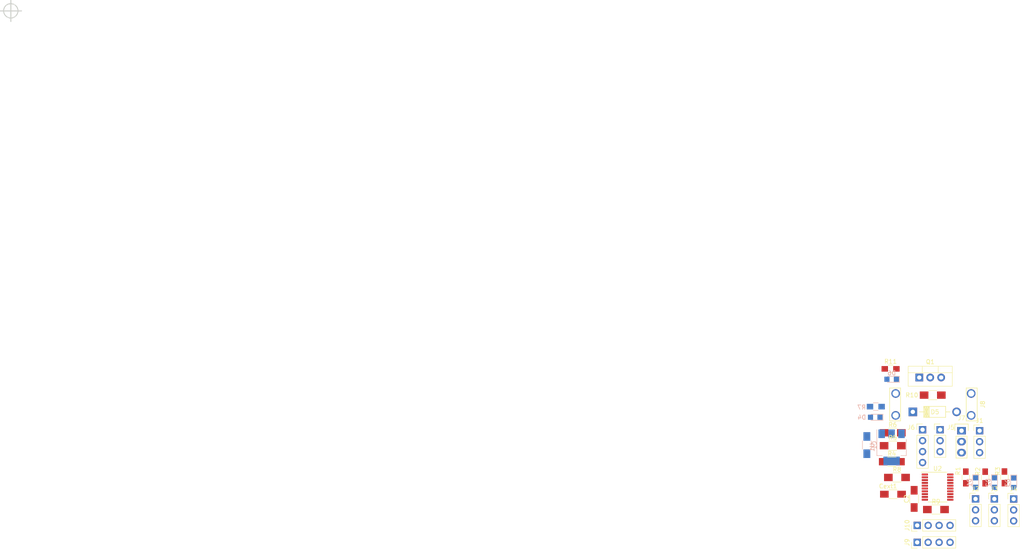
<source format=kicad_pcb>
(kicad_pcb (version 4) (host pcbnew 4.0.6)

  (general
    (links 72)
    (no_connects 72)
    (area 0 0 0 0)
    (thickness 1.6)
    (drawings 6)
    (tracks 0)
    (zones 0)
    (modules 33)
    (nets 26)
  )

  (page A4)
  (layers
    (0 F.Cu signal)
    (31 B.Cu signal)
    (32 B.Adhes user)
    (33 F.Adhes user)
    (34 B.Paste user)
    (35 F.Paste user)
    (36 B.SilkS user)
    (37 F.SilkS user)
    (38 B.Mask user)
    (39 F.Mask user)
    (40 Dwgs.User user)
    (41 Cmts.User user)
    (42 Eco1.User user)
    (43 Eco2.User user)
    (44 Edge.Cuts user)
    (45 Margin user)
    (46 B.CrtYd user)
    (47 F.CrtYd user)
    (48 B.Fab user)
    (49 F.Fab user)
  )

  (setup
    (last_trace_width 0.254)
    (trace_clearance 0.2032)
    (zone_clearance 0.508)
    (zone_45_only no)
    (trace_min 0.1524)
    (segment_width 0.2)
    (edge_width 0.15)
    (via_size 0.6858)
    (via_drill 0.3302)
    (via_min_size 0.6858)
    (via_min_drill 0.3302)
    (uvia_size 0.3)
    (uvia_drill 0.1)
    (uvias_allowed no)
    (uvia_min_size 0)
    (uvia_min_drill 0)
    (pcb_text_width 0.3)
    (pcb_text_size 1.5 1.5)
    (mod_edge_width 0.15)
    (mod_text_size 1 1)
    (mod_text_width 0.15)
    (pad_size 1.524 1.524)
    (pad_drill 0.762)
    (pad_to_mask_clearance 0.2)
    (aux_axis_origin 0 0)
    (grid_origin 201.168 88.392)
    (visible_elements FFFEFF7F)
    (pcbplotparams
      (layerselection 0x00030_80000001)
      (usegerberextensions false)
      (excludeedgelayer true)
      (linewidth 0.100000)
      (plotframeref false)
      (viasonmask false)
      (mode 1)
      (useauxorigin false)
      (hpglpennumber 1)
      (hpglpenspeed 20)
      (hpglpendiameter 15)
      (hpglpenoverlay 2)
      (psnegative false)
      (psa4output false)
      (plotreference true)
      (plotvalue true)
      (plotinvisibletext false)
      (padsonsilk false)
      (subtractmaskfromsilk false)
      (outputformat 4)
      (mirror false)
      (drillshape 0)
      (scaleselection 1)
      (outputdirectory ""))
  )

  (net 0 "")
  (net 1 +5V)
  (net 2 GND)
  (net 3 PC3)
  (net 4 "Net-(D2-Pad1)")
  (net 5 RX)
  (net 6 +12V)
  (net 7 SWIM)
  (net 8 NRST)
  (net 9 "Net-(Cext1-Pad1)")
  (net 10 CH1)
  (net 11 CH2)
  (net 12 VIN_A)
  (net 13 "Net-(R5-Pad2)")
  (net 14 "Net-(D1-Pad1)")
  (net 15 "Net-(D3-Pad1)")
  (net 16 "Net-(D4-Pad2)")
  (net 17 "Net-(D5-Pad2)")
  (net 18 "Net-(D6-Pad1)")
  (net 19 AIN2)
  (net 20 TX)
  (net 21 "Net-(J7-Pad1)")
  (net 22 SDA)
  (net 23 SCL)
  (net 24 "Net-(R4-Pad1)")
  (net 25 CH0)

  (net_class Default "This is the default net class."
    (clearance 0.2032)
    (trace_width 0.254)
    (via_dia 0.6858)
    (via_drill 0.3302)
    (uvia_dia 0.3)
    (uvia_drill 0.1)
    (add_net +5V)
    (add_net AIN2)
    (add_net CH0)
    (add_net CH1)
    (add_net CH2)
    (add_net GND)
    (add_net NRST)
    (add_net "Net-(Cext1-Pad1)")
    (add_net "Net-(D1-Pad1)")
    (add_net "Net-(D2-Pad1)")
    (add_net "Net-(D3-Pad1)")
    (add_net "Net-(D4-Pad2)")
    (add_net "Net-(D5-Pad2)")
    (add_net "Net-(D6-Pad1)")
    (add_net "Net-(J7-Pad1)")
    (add_net "Net-(R4-Pad1)")
    (add_net "Net-(R5-Pad2)")
    (add_net PC3)
    (add_net RX)
    (add_net SCL)
    (add_net SDA)
    (add_net SWIM)
    (add_net TX)
    (add_net VIN_A)
  )

  (net_class +12V ""
    (clearance 0.3048)
    (trace_width 0.4064)
    (via_dia 0.6858)
    (via_drill 0.3302)
    (uvia_dia 0.3)
    (uvia_drill 0.1)
    (add_net +12V)
  )

  (module Capacitors_SMD:C_1206_HandSoldering (layer B.Cu) (tedit 58AA84D1) (tstamp 59503066)
    (at 198.628 100.743 90)
    (descr "Capacitor SMD 1206, hand soldering")
    (tags "capacitor 1206")
    (path /58F57762)
    (attr smd)
    (fp_text reference C1 (at 0 1.75 90) (layer B.SilkS)
      (effects (font (size 1 1) (thickness 0.15)) (justify mirror))
    )
    (fp_text value "1 uF" (at 0 -2 90) (layer B.Fab)
      (effects (font (size 1 1) (thickness 0.15)) (justify mirror))
    )
    (fp_text user %R (at 0 1.75 90) (layer B.Fab)
      (effects (font (size 1 1) (thickness 0.15)) (justify mirror))
    )
    (fp_line (start -1.6 -0.8) (end -1.6 0.8) (layer B.Fab) (width 0.1))
    (fp_line (start 1.6 -0.8) (end -1.6 -0.8) (layer B.Fab) (width 0.1))
    (fp_line (start 1.6 0.8) (end 1.6 -0.8) (layer B.Fab) (width 0.1))
    (fp_line (start -1.6 0.8) (end 1.6 0.8) (layer B.Fab) (width 0.1))
    (fp_line (start 1 1.02) (end -1 1.02) (layer B.SilkS) (width 0.12))
    (fp_line (start -1 -1.02) (end 1 -1.02) (layer B.SilkS) (width 0.12))
    (fp_line (start -3.25 1.05) (end 3.25 1.05) (layer B.CrtYd) (width 0.05))
    (fp_line (start -3.25 1.05) (end -3.25 -1.05) (layer B.CrtYd) (width 0.05))
    (fp_line (start 3.25 -1.05) (end 3.25 1.05) (layer B.CrtYd) (width 0.05))
    (fp_line (start 3.25 -1.05) (end -3.25 -1.05) (layer B.CrtYd) (width 0.05))
    (pad 1 smd rect (at -2 0 90) (size 2 1.6) (layers B.Cu B.Paste B.Mask)
      (net 1 +5V))
    (pad 2 smd rect (at 2 0 90) (size 2 1.6) (layers B.Cu B.Paste B.Mask)
      (net 2 GND))
    (model Capacitors_SMD.3dshapes/C_1206.wrl
      (at (xyz 0 0 0))
      (scale (xyz 1 1 1))
      (rotate (xyz 0 0 0))
    )
  )

  (module Capacitors_SMD:C_1206_HandSoldering (layer F.Cu) (tedit 58AA84D1) (tstamp 5950306C)
    (at 209.6008 113.2266 90)
    (descr "Capacitor SMD 1206, hand soldering")
    (tags "capacitor 1206")
    (path /58FB924C)
    (attr smd)
    (fp_text reference C2 (at 0 -1.75 90) (layer F.SilkS)
      (effects (font (size 1 1) (thickness 0.15)))
    )
    (fp_text value 100nf (at 0 2 90) (layer F.Fab)
      (effects (font (size 1 1) (thickness 0.15)))
    )
    (fp_text user %R (at 0 -1.75 90) (layer F.Fab)
      (effects (font (size 1 1) (thickness 0.15)))
    )
    (fp_line (start -1.6 0.8) (end -1.6 -0.8) (layer F.Fab) (width 0.1))
    (fp_line (start 1.6 0.8) (end -1.6 0.8) (layer F.Fab) (width 0.1))
    (fp_line (start 1.6 -0.8) (end 1.6 0.8) (layer F.Fab) (width 0.1))
    (fp_line (start -1.6 -0.8) (end 1.6 -0.8) (layer F.Fab) (width 0.1))
    (fp_line (start 1 -1.02) (end -1 -1.02) (layer F.SilkS) (width 0.12))
    (fp_line (start -1 1.02) (end 1 1.02) (layer F.SilkS) (width 0.12))
    (fp_line (start -3.25 -1.05) (end 3.25 -1.05) (layer F.CrtYd) (width 0.05))
    (fp_line (start -3.25 -1.05) (end -3.25 1.05) (layer F.CrtYd) (width 0.05))
    (fp_line (start 3.25 1.05) (end 3.25 -1.05) (layer F.CrtYd) (width 0.05))
    (fp_line (start 3.25 1.05) (end -3.25 1.05) (layer F.CrtYd) (width 0.05))
    (pad 1 smd rect (at -2 0 90) (size 2 1.6) (layers F.Cu F.Paste F.Mask)
      (net 1 +5V))
    (pad 2 smd rect (at 2 0 90) (size 2 1.6) (layers F.Cu F.Paste F.Mask)
      (net 2 GND))
    (model Capacitors_SMD.3dshapes/C_1206.wrl
      (at (xyz 0 0 0))
      (scale (xyz 1 1 1))
      (rotate (xyz 0 0 0))
    )
  )

  (module Capacitors_SMD:C_1206_HandSoldering (layer F.Cu) (tedit 58AA84D1) (tstamp 59503072)
    (at 204.692 112.141 180)
    (descr "Capacitor SMD 1206, hand soldering")
    (tags "capacitor 1206")
    (path /58F5789C)
    (attr smd)
    (fp_text reference Cext1 (at 1.1496 1.8542 180) (layer F.SilkS)
      (effects (font (size 1 1) (thickness 0.15)))
    )
    (fp_text value "1 uF" (at 0 2 180) (layer F.Fab)
      (effects (font (size 1 1) (thickness 0.15)))
    )
    (fp_text user %R (at 1.175 1.8796 180) (layer F.Fab)
      (effects (font (size 1 1) (thickness 0.15)))
    )
    (fp_line (start -1.6 0.8) (end -1.6 -0.8) (layer F.Fab) (width 0.1))
    (fp_line (start 1.6 0.8) (end -1.6 0.8) (layer F.Fab) (width 0.1))
    (fp_line (start 1.6 -0.8) (end 1.6 0.8) (layer F.Fab) (width 0.1))
    (fp_line (start -1.6 -0.8) (end 1.6 -0.8) (layer F.Fab) (width 0.1))
    (fp_line (start 1 -1.02) (end -1 -1.02) (layer F.SilkS) (width 0.12))
    (fp_line (start -1 1.02) (end 1 1.02) (layer F.SilkS) (width 0.12))
    (fp_line (start -3.25 -1.05) (end 3.25 -1.05) (layer F.CrtYd) (width 0.05))
    (fp_line (start -3.25 -1.05) (end -3.25 1.05) (layer F.CrtYd) (width 0.05))
    (fp_line (start 3.25 1.05) (end 3.25 -1.05) (layer F.CrtYd) (width 0.05))
    (fp_line (start 3.25 1.05) (end -3.25 1.05) (layer F.CrtYd) (width 0.05))
    (pad 1 smd rect (at -2 0 180) (size 2 1.6) (layers F.Cu F.Paste F.Mask)
      (net 9 "Net-(Cext1-Pad1)"))
    (pad 2 smd rect (at 2 0 180) (size 2 1.6) (layers F.Cu F.Paste F.Mask)
      (net 2 GND))
    (model Capacitors_SMD.3dshapes/C_1206.wrl
      (at (xyz 0 0 0))
      (scale (xyz 1 1 1))
      (rotate (xyz 0 0 0))
    )
  )

  (module Diodes_THT:Diode_DO-41_SOD81_Horizontal_RM10 (layer F.Cu) (tedit 552FFCCE) (tstamp 59503090)
    (at 209.296 93.0402)
    (descr "Diode, DO-41, SOD81, Horizontal, RM 10mm,")
    (tags "Diode, DO-41, SOD81, Horizontal, RM 10mm, 1N4007, SB140,")
    (path /58F582F2)
    (fp_text reference D5 (at 5.1308 0.0254) (layer F.SilkS)
      (effects (font (size 1 1) (thickness 0.15)))
    )
    (fp_text value 1N4007 (at 4.37134 -3.55854) (layer F.Fab)
      (effects (font (size 1 1) (thickness 0.15)))
    )
    (fp_line (start 7.62 -0.00254) (end 8.636 -0.00254) (layer F.SilkS) (width 0.15))
    (fp_line (start 2.794 -0.00254) (end 1.524 -0.00254) (layer F.SilkS) (width 0.15))
    (fp_line (start 3.048 -1.27254) (end 3.048 1.26746) (layer F.SilkS) (width 0.15))
    (fp_line (start 3.302 -1.27254) (end 3.302 1.26746) (layer F.SilkS) (width 0.15))
    (fp_line (start 3.556 -1.27254) (end 3.556 1.26746) (layer F.SilkS) (width 0.15))
    (fp_line (start 2.794 -1.27254) (end 2.794 1.26746) (layer F.SilkS) (width 0.15))
    (fp_line (start 3.81 -1.27254) (end 2.54 1.26746) (layer F.SilkS) (width 0.15))
    (fp_line (start 2.54 -1.27254) (end 3.81 1.26746) (layer F.SilkS) (width 0.15))
    (fp_line (start 3.81 -1.27254) (end 3.81 1.26746) (layer F.SilkS) (width 0.15))
    (fp_line (start 3.175 -1.27254) (end 3.175 1.26746) (layer F.SilkS) (width 0.15))
    (fp_line (start 2.54 1.26746) (end 2.54 -1.27254) (layer F.SilkS) (width 0.15))
    (fp_line (start 2.54 -1.27254) (end 7.62 -1.27254) (layer F.SilkS) (width 0.15))
    (fp_line (start 7.62 -1.27254) (end 7.62 1.26746) (layer F.SilkS) (width 0.15))
    (fp_line (start 7.62 1.26746) (end 2.54 1.26746) (layer F.SilkS) (width 0.15))
    (pad 2 thru_hole circle (at 10.16 -0.00254 180) (size 1.99898 1.99898) (drill 1.27) (layers *.Cu *.Mask)
      (net 17 "Net-(D5-Pad2)"))
    (pad 1 thru_hole rect (at 0 -0.00254 180) (size 1.99898 1.99898) (drill 1.00076) (layers *.Cu *.Mask)
      (net 6 +12V))
  )

  (module Pin_Headers:Pin_Header_Straight_1x03_Pitch2.54mm (layer F.Cu) (tedit 58CD4EC1) (tstamp 5950309D)
    (at 224.79 97.409)
    (descr "Through hole straight pin header, 1x03, 2.54mm pitch, single row")
    (tags "Through hole pin header THT 1x03 2.54mm single row")
    (path /594FC604)
    (fp_text reference J1 (at 0 -2.33) (layer F.SilkS)
      (effects (font (size 1 1) (thickness 0.15)))
    )
    (fp_text value AIN2 (at 0 7.41) (layer F.Fab)
      (effects (font (size 1 1) (thickness 0.15)))
    )
    (fp_line (start -1.27 -1.27) (end -1.27 6.35) (layer F.Fab) (width 0.1))
    (fp_line (start -1.27 6.35) (end 1.27 6.35) (layer F.Fab) (width 0.1))
    (fp_line (start 1.27 6.35) (end 1.27 -1.27) (layer F.Fab) (width 0.1))
    (fp_line (start 1.27 -1.27) (end -1.27 -1.27) (layer F.Fab) (width 0.1))
    (fp_line (start -1.33 1.27) (end -1.33 6.41) (layer F.SilkS) (width 0.12))
    (fp_line (start -1.33 6.41) (end 1.33 6.41) (layer F.SilkS) (width 0.12))
    (fp_line (start 1.33 6.41) (end 1.33 1.27) (layer F.SilkS) (width 0.12))
    (fp_line (start 1.33 1.27) (end -1.33 1.27) (layer F.SilkS) (width 0.12))
    (fp_line (start -1.33 0) (end -1.33 -1.33) (layer F.SilkS) (width 0.12))
    (fp_line (start -1.33 -1.33) (end 0 -1.33) (layer F.SilkS) (width 0.12))
    (fp_line (start -1.8 -1.8) (end -1.8 6.85) (layer F.CrtYd) (width 0.05))
    (fp_line (start -1.8 6.85) (end 1.8 6.85) (layer F.CrtYd) (width 0.05))
    (fp_line (start 1.8 6.85) (end 1.8 -1.8) (layer F.CrtYd) (width 0.05))
    (fp_line (start 1.8 -1.8) (end -1.8 -1.8) (layer F.CrtYd) (width 0.05))
    (fp_text user %R (at 0 -2.33) (layer F.Fab)
      (effects (font (size 1 1) (thickness 0.15)))
    )
    (pad 1 thru_hole rect (at 0 0) (size 1.7 1.7) (drill 1) (layers *.Cu *.Mask)
      (net 19 AIN2))
    (pad 2 thru_hole oval (at 0 2.54) (size 1.7 1.7) (drill 1) (layers *.Cu *.Mask)
      (net 1 +5V))
    (pad 3 thru_hole oval (at 0 5.08) (size 1.7 1.7) (drill 1) (layers *.Cu *.Mask)
      (net 2 GND))
    (model ${KISYS3DMOD}/Pin_Headers.3dshapes/Pin_Header_Straight_1x03_Pitch2.54mm.wrl
      (at (xyz 0 -0.1 0))
      (scale (xyz 1 1 1))
      (rotate (xyz 0 0 90))
    )
  )

  (module Pin_Headers:Pin_Header_Straight_1x03_Pitch2.54mm (layer F.Cu) (tedit 58CD4EC1) (tstamp 595030A4)
    (at 223.8502 113.2332)
    (descr "Through hole straight pin header, 1x03, 2.54mm pitch, single row")
    (tags "Through hole pin header THT 1x03 2.54mm single row")
    (path /594F086B)
    (fp_text reference J2 (at 0 -2.33) (layer F.SilkS)
      (effects (font (size 1 1) (thickness 0.15)))
    )
    (fp_text value CH1 (at 0 7.41) (layer F.Fab)
      (effects (font (size 1 1) (thickness 0.15)))
    )
    (fp_line (start -1.27 -1.27) (end -1.27 6.35) (layer F.Fab) (width 0.1))
    (fp_line (start -1.27 6.35) (end 1.27 6.35) (layer F.Fab) (width 0.1))
    (fp_line (start 1.27 6.35) (end 1.27 -1.27) (layer F.Fab) (width 0.1))
    (fp_line (start 1.27 -1.27) (end -1.27 -1.27) (layer F.Fab) (width 0.1))
    (fp_line (start -1.33 1.27) (end -1.33 6.41) (layer F.SilkS) (width 0.12))
    (fp_line (start -1.33 6.41) (end 1.33 6.41) (layer F.SilkS) (width 0.12))
    (fp_line (start 1.33 6.41) (end 1.33 1.27) (layer F.SilkS) (width 0.12))
    (fp_line (start 1.33 1.27) (end -1.33 1.27) (layer F.SilkS) (width 0.12))
    (fp_line (start -1.33 0) (end -1.33 -1.33) (layer F.SilkS) (width 0.12))
    (fp_line (start -1.33 -1.33) (end 0 -1.33) (layer F.SilkS) (width 0.12))
    (fp_line (start -1.8 -1.8) (end -1.8 6.85) (layer F.CrtYd) (width 0.05))
    (fp_line (start -1.8 6.85) (end 1.8 6.85) (layer F.CrtYd) (width 0.05))
    (fp_line (start 1.8 6.85) (end 1.8 -1.8) (layer F.CrtYd) (width 0.05))
    (fp_line (start 1.8 -1.8) (end -1.8 -1.8) (layer F.CrtYd) (width 0.05))
    (fp_text user %R (at 0 -2.33) (layer F.Fab)
      (effects (font (size 1 1) (thickness 0.15)))
    )
    (pad 1 thru_hole rect (at 0 0) (size 1.7 1.7) (drill 1) (layers *.Cu *.Mask)
      (net 25 CH0))
    (pad 2 thru_hole oval (at 0 2.54) (size 1.7 1.7) (drill 1) (layers *.Cu *.Mask)
      (net 1 +5V))
    (pad 3 thru_hole oval (at 0 5.08) (size 1.7 1.7) (drill 1) (layers *.Cu *.Mask)
      (net 2 GND))
    (model ${KISYS3DMOD}/Pin_Headers.3dshapes/Pin_Header_Straight_1x03_Pitch2.54mm.wrl
      (at (xyz 0 -0.1 0))
      (scale (xyz 1 1 1))
      (rotate (xyz 0 0 90))
    )
  )

  (module Pin_Headers:Pin_Header_Straight_1x03_Pitch2.54mm (layer F.Cu) (tedit 58CD4EC1) (tstamp 595030AB)
    (at 228.219 113.2332)
    (descr "Through hole straight pin header, 1x03, 2.54mm pitch, single row")
    (tags "Through hole pin header THT 1x03 2.54mm single row")
    (path /59500F89)
    (fp_text reference J3 (at 0 -2.33) (layer F.SilkS)
      (effects (font (size 1 1) (thickness 0.15)))
    )
    (fp_text value CH2 (at 0 7.41) (layer F.Fab)
      (effects (font (size 1 1) (thickness 0.15)))
    )
    (fp_line (start -1.27 -1.27) (end -1.27 6.35) (layer F.Fab) (width 0.1))
    (fp_line (start -1.27 6.35) (end 1.27 6.35) (layer F.Fab) (width 0.1))
    (fp_line (start 1.27 6.35) (end 1.27 -1.27) (layer F.Fab) (width 0.1))
    (fp_line (start 1.27 -1.27) (end -1.27 -1.27) (layer F.Fab) (width 0.1))
    (fp_line (start -1.33 1.27) (end -1.33 6.41) (layer F.SilkS) (width 0.12))
    (fp_line (start -1.33 6.41) (end 1.33 6.41) (layer F.SilkS) (width 0.12))
    (fp_line (start 1.33 6.41) (end 1.33 1.27) (layer F.SilkS) (width 0.12))
    (fp_line (start 1.33 1.27) (end -1.33 1.27) (layer F.SilkS) (width 0.12))
    (fp_line (start -1.33 0) (end -1.33 -1.33) (layer F.SilkS) (width 0.12))
    (fp_line (start -1.33 -1.33) (end 0 -1.33) (layer F.SilkS) (width 0.12))
    (fp_line (start -1.8 -1.8) (end -1.8 6.85) (layer F.CrtYd) (width 0.05))
    (fp_line (start -1.8 6.85) (end 1.8 6.85) (layer F.CrtYd) (width 0.05))
    (fp_line (start 1.8 6.85) (end 1.8 -1.8) (layer F.CrtYd) (width 0.05))
    (fp_line (start 1.8 -1.8) (end -1.8 -1.8) (layer F.CrtYd) (width 0.05))
    (fp_text user %R (at 0 -2.33) (layer F.Fab)
      (effects (font (size 1 1) (thickness 0.15)))
    )
    (pad 1 thru_hole rect (at 0 0) (size 1.7 1.7) (drill 1) (layers *.Cu *.Mask)
      (net 10 CH1))
    (pad 2 thru_hole oval (at 0 2.54) (size 1.7 1.7) (drill 1) (layers *.Cu *.Mask)
      (net 1 +5V))
    (pad 3 thru_hole oval (at 0 5.08) (size 1.7 1.7) (drill 1) (layers *.Cu *.Mask)
      (net 2 GND))
    (model ${KISYS3DMOD}/Pin_Headers.3dshapes/Pin_Header_Straight_1x03_Pitch2.54mm.wrl
      (at (xyz 0 -0.1 0))
      (scale (xyz 1 1 1))
      (rotate (xyz 0 0 90))
    )
  )

  (module Pin_Headers:Pin_Header_Straight_1x03_Pitch2.54mm (layer F.Cu) (tedit 58CD4EC1) (tstamp 595030B2)
    (at 232.6894 113.2586)
    (descr "Through hole straight pin header, 1x03, 2.54mm pitch, single row")
    (tags "Through hole pin header THT 1x03 2.54mm single row")
    (path /59501100)
    (fp_text reference J4 (at 0 -2.33) (layer F.SilkS)
      (effects (font (size 1 1) (thickness 0.15)))
    )
    (fp_text value CH3 (at 0 7.41) (layer F.Fab)
      (effects (font (size 1 1) (thickness 0.15)))
    )
    (fp_line (start -1.27 -1.27) (end -1.27 6.35) (layer F.Fab) (width 0.1))
    (fp_line (start -1.27 6.35) (end 1.27 6.35) (layer F.Fab) (width 0.1))
    (fp_line (start 1.27 6.35) (end 1.27 -1.27) (layer F.Fab) (width 0.1))
    (fp_line (start 1.27 -1.27) (end -1.27 -1.27) (layer F.Fab) (width 0.1))
    (fp_line (start -1.33 1.27) (end -1.33 6.41) (layer F.SilkS) (width 0.12))
    (fp_line (start -1.33 6.41) (end 1.33 6.41) (layer F.SilkS) (width 0.12))
    (fp_line (start 1.33 6.41) (end 1.33 1.27) (layer F.SilkS) (width 0.12))
    (fp_line (start 1.33 1.27) (end -1.33 1.27) (layer F.SilkS) (width 0.12))
    (fp_line (start -1.33 0) (end -1.33 -1.33) (layer F.SilkS) (width 0.12))
    (fp_line (start -1.33 -1.33) (end 0 -1.33) (layer F.SilkS) (width 0.12))
    (fp_line (start -1.8 -1.8) (end -1.8 6.85) (layer F.CrtYd) (width 0.05))
    (fp_line (start -1.8 6.85) (end 1.8 6.85) (layer F.CrtYd) (width 0.05))
    (fp_line (start 1.8 6.85) (end 1.8 -1.8) (layer F.CrtYd) (width 0.05))
    (fp_line (start 1.8 -1.8) (end -1.8 -1.8) (layer F.CrtYd) (width 0.05))
    (fp_text user %R (at 0 -2.33) (layer F.Fab)
      (effects (font (size 1 1) (thickness 0.15)))
    )
    (pad 1 thru_hole rect (at 0 0) (size 1.7 1.7) (drill 1) (layers *.Cu *.Mask)
      (net 11 CH2))
    (pad 2 thru_hole oval (at 0 2.54) (size 1.7 1.7) (drill 1) (layers *.Cu *.Mask)
      (net 1 +5V))
    (pad 3 thru_hole oval (at 0 5.08) (size 1.7 1.7) (drill 1) (layers *.Cu *.Mask)
      (net 2 GND))
    (model ${KISYS3DMOD}/Pin_Headers.3dshapes/Pin_Header_Straight_1x03_Pitch2.54mm.wrl
      (at (xyz 0 -0.1 0))
      (scale (xyz 1 1 1))
      (rotate (xyz 0 0 90))
    )
  )

  (module Pin_Headers:Pin_Header_Straight_1x03_Pitch2.54mm (layer F.Cu) (tedit 58CD4EC1) (tstamp 595030B9)
    (at 215.6206 97.1804)
    (descr "Through hole straight pin header, 1x03, 2.54mm pitch, single row")
    (tags "Through hole pin header THT 1x03 2.54mm single row")
    (path /58F58663)
    (fp_text reference J5 (at 2.4892 -0.5334) (layer F.SilkS)
      (effects (font (size 1 1) (thickness 0.15)))
    )
    (fp_text value BUS-O (at 0 7.41) (layer F.Fab)
      (effects (font (size 1 1) (thickness 0.15)))
    )
    (fp_line (start -1.27 -1.27) (end -1.27 6.35) (layer F.Fab) (width 0.1))
    (fp_line (start -1.27 6.35) (end 1.27 6.35) (layer F.Fab) (width 0.1))
    (fp_line (start 1.27 6.35) (end 1.27 -1.27) (layer F.Fab) (width 0.1))
    (fp_line (start 1.27 -1.27) (end -1.27 -1.27) (layer F.Fab) (width 0.1))
    (fp_line (start -1.33 1.27) (end -1.33 6.41) (layer F.SilkS) (width 0.12))
    (fp_line (start -1.33 6.41) (end 1.33 6.41) (layer F.SilkS) (width 0.12))
    (fp_line (start 1.33 6.41) (end 1.33 1.27) (layer F.SilkS) (width 0.12))
    (fp_line (start 1.33 1.27) (end -1.33 1.27) (layer F.SilkS) (width 0.12))
    (fp_line (start -1.33 0) (end -1.33 -1.33) (layer F.SilkS) (width 0.12))
    (fp_line (start -1.33 -1.33) (end 0 -1.33) (layer F.SilkS) (width 0.12))
    (fp_line (start -1.8 -1.8) (end -1.8 6.85) (layer F.CrtYd) (width 0.05))
    (fp_line (start -1.8 6.85) (end 1.8 6.85) (layer F.CrtYd) (width 0.05))
    (fp_line (start 1.8 6.85) (end 1.8 -1.8) (layer F.CrtYd) (width 0.05))
    (fp_line (start 1.8 -1.8) (end -1.8 -1.8) (layer F.CrtYd) (width 0.05))
    (fp_text user %R (at 2.4892 -0.5334) (layer F.Fab)
      (effects (font (size 1 1) (thickness 0.15)))
    )
    (pad 1 thru_hole rect (at 0 0) (size 1.7 1.7) (drill 1) (layers *.Cu *.Mask)
      (net 5 RX))
    (pad 2 thru_hole oval (at 0 2.54) (size 1.7 1.7) (drill 1) (layers *.Cu *.Mask)
      (net 6 +12V))
    (pad 3 thru_hole oval (at 0 5.08) (size 1.7 1.7) (drill 1) (layers *.Cu *.Mask)
      (net 2 GND))
    (model ${KISYS3DMOD}/Pin_Headers.3dshapes/Pin_Header_Straight_1x03_Pitch2.54mm.wrl
      (at (xyz 0 -0.1 0))
      (scale (xyz 1 1 1))
      (rotate (xyz 0 0 90))
    )
  )

  (module Pin_Headers:Pin_Header_Straight_1x04_Pitch2.54mm (layer F.Cu) (tedit 58CD4EC1) (tstamp 595030C1)
    (at 211.5566 97.1804)
    (descr "Through hole straight pin header, 1x04, 2.54mm pitch, single row")
    (tags "Through hole pin header THT 1x04 2.54mm single row")
    (path /595018E2)
    (fp_text reference J6 (at -2.6416 -0.5334) (layer F.SilkS)
      (effects (font (size 1 1) (thickness 0.15)))
    )
    (fp_text value BUS-I (at 0 9.95) (layer F.Fab)
      (effects (font (size 1 1) (thickness 0.15)))
    )
    (fp_line (start -1.27 -1.27) (end -1.27 8.89) (layer F.Fab) (width 0.1))
    (fp_line (start -1.27 8.89) (end 1.27 8.89) (layer F.Fab) (width 0.1))
    (fp_line (start 1.27 8.89) (end 1.27 -1.27) (layer F.Fab) (width 0.1))
    (fp_line (start 1.27 -1.27) (end -1.27 -1.27) (layer F.Fab) (width 0.1))
    (fp_line (start -1.33 1.27) (end -1.33 8.95) (layer F.SilkS) (width 0.12))
    (fp_line (start -1.33 8.95) (end 1.33 8.95) (layer F.SilkS) (width 0.12))
    (fp_line (start 1.33 8.95) (end 1.33 1.27) (layer F.SilkS) (width 0.12))
    (fp_line (start 1.33 1.27) (end -1.33 1.27) (layer F.SilkS) (width 0.12))
    (fp_line (start -1.33 0) (end -1.33 -1.33) (layer F.SilkS) (width 0.12))
    (fp_line (start -1.33 -1.33) (end 0 -1.33) (layer F.SilkS) (width 0.12))
    (fp_line (start -1.8 -1.8) (end -1.8 9.4) (layer F.CrtYd) (width 0.05))
    (fp_line (start -1.8 9.4) (end 1.8 9.4) (layer F.CrtYd) (width 0.05))
    (fp_line (start 1.8 9.4) (end 1.8 -1.8) (layer F.CrtYd) (width 0.05))
    (fp_line (start 1.8 -1.8) (end -1.8 -1.8) (layer F.CrtYd) (width 0.05))
    (fp_text user %R (at -2.6416 -0.5334) (layer F.Fab)
      (effects (font (size 1 1) (thickness 0.15)))
    )
    (pad 1 thru_hole rect (at 0 0) (size 1.7 1.7) (drill 1) (layers *.Cu *.Mask)
      (net 5 RX))
    (pad 2 thru_hole oval (at 0 2.54) (size 1.7 1.7) (drill 1) (layers *.Cu *.Mask)
      (net 6 +12V))
    (pad 3 thru_hole oval (at 0 5.08) (size 1.7 1.7) (drill 1) (layers *.Cu *.Mask)
      (net 2 GND))
    (pad 4 thru_hole oval (at 0 7.62) (size 1.7 1.7) (drill 1) (layers *.Cu *.Mask)
      (net 20 TX))
    (model ${KISYS3DMOD}/Pin_Headers.3dshapes/Pin_Header_Straight_1x04_Pitch2.54mm.wrl
      (at (xyz 0 -0.15 0))
      (scale (xyz 1 1 1))
      (rotate (xyz 0 0 90))
    )
  )

  (module Pin_Headers:Pin_Header_Straight_1x03 (layer F.Cu) (tedit 59503104) (tstamp 595030C8)
    (at 220.599 97.409)
    (descr "Through hole pin header")
    (tags "pin header")
    (path /5904B7F8)
    (fp_text reference J7 (at 0 -2.921) (layer F.SilkS)
      (effects (font (size 1 1) (thickness 0.15)))
    )
    (fp_text value RGB_LED (at 0 -3.1) (layer F.Fab)
      (effects (font (size 1 1) (thickness 0.15)))
    )
    (fp_line (start -1.75 -1.75) (end -1.75 6.85) (layer F.CrtYd) (width 0.05))
    (fp_line (start 1.75 -1.75) (end 1.75 6.85) (layer F.CrtYd) (width 0.05))
    (fp_line (start -1.75 -1.75) (end 1.75 -1.75) (layer F.CrtYd) (width 0.05))
    (fp_line (start -1.75 6.85) (end 1.75 6.85) (layer F.CrtYd) (width 0.05))
    (fp_line (start -1.27 1.27) (end -1.27 6.35) (layer F.SilkS) (width 0.15))
    (fp_line (start -1.27 6.35) (end 1.27 6.35) (layer F.SilkS) (width 0.15))
    (fp_line (start 1.27 6.35) (end 1.27 1.27) (layer F.SilkS) (width 0.15))
    (fp_line (start 1.55 -1.55) (end 1.55 0) (layer F.SilkS) (width 0.15))
    (fp_line (start 1.27 1.27) (end -1.27 1.27) (layer F.SilkS) (width 0.15))
    (fp_line (start -1.55 0) (end -1.55 -1.55) (layer F.SilkS) (width 0.15))
    (fp_line (start -1.55 -1.55) (end 1.55 -1.55) (layer F.SilkS) (width 0.15))
    (pad 1 thru_hole rect (at 0 0) (size 2.032 1.7272) (drill 1.016) (layers *.Cu *.Mask)
      (net 21 "Net-(J7-Pad1)"))
    (pad 2 thru_hole oval (at 0 2.54) (size 2.032 1.7272) (drill 1.016) (layers *.Cu *.Mask)
      (net 1 +5V))
    (pad 3 thru_hole oval (at 0 5.08) (size 2.032 1.7272) (drill 1.016) (layers *.Cu *.Mask)
      (net 2 GND))
    (model Pin_Headers.3dshapes/Pin_Header_Straight_1x03.wrl
      (at (xyz 0 -0.1 0))
      (scale (xyz 1 1 1))
      (rotate (xyz 0 0 90))
    )
  )

  (module SpadeConnector:Spade_Conn_Solenoid (layer F.Cu) (tedit 5904BC42) (tstamp 595030D0)
    (at 214.0742 91.313)
    (path /5903D097)
    (fp_text reference J8 (at 11.43 0 90) (layer F.SilkS)
      (effects (font (size 1 1) (thickness 0.15)))
    )
    (fp_text value Solenoid (at 0 5.08) (layer F.Fab)
      (effects (font (size 1 1) (thickness 0.15)))
    )
    (fp_line (start 7.62 -3.81) (end 10.16 -3.81) (layer F.SilkS) (width 0.15))
    (fp_line (start 10.16 -3.81) (end 10.16 3.81) (layer F.SilkS) (width 0.15))
    (fp_line (start 10.16 3.81) (end 7.62 3.81) (layer F.SilkS) (width 0.15))
    (fp_line (start 7.62 3.81) (end 7.62 -3.81) (layer F.SilkS) (width 0.15))
    (fp_line (start -10.16 -3.81) (end -7.62 -3.81) (layer F.SilkS) (width 0.15))
    (fp_line (start -7.62 -3.81) (end -7.62 3.81) (layer F.SilkS) (width 0.15))
    (fp_line (start -7.62 3.81) (end -10.16 3.81) (layer F.SilkS) (width 0.15))
    (fp_line (start -10.16 3.81) (end -10.16 -3.81) (layer F.SilkS) (width 0.15))
    (pad 2 thru_hole circle (at 8.76 2.54 180) (size 2 2) (drill 1.4) (layers *.Cu *.Mask)
      (net 17 "Net-(D5-Pad2)"))
    (pad 2 thru_hole circle (at 8.76 -2.54 180) (size 2 2) (drill 1.4) (layers *.Cu *.Mask)
      (net 17 "Net-(D5-Pad2)"))
    (pad 1 thru_hole circle (at -8.76 2.54 180) (size 2 2) (drill 1.4) (layers *.Cu *.Mask)
      (net 6 +12V))
    (pad 1 thru_hole circle (at -8.76 -2.54 180) (size 2 2) (drill 1.4) (layers *.Cu *.Mask)
      (net 6 +12V))
  )

  (module Pin_Headers:Pin_Header_Straight_1x04_Pitch2.54mm (layer F.Cu) (tedit 58CD4EC1) (tstamp 595030D8)
    (at 210.312 123.317 90)
    (descr "Through hole straight pin header, 1x04, 2.54mm pitch, single row")
    (tags "Through hole pin header THT 1x04 2.54mm single row")
    (path /594FD5F8)
    (fp_text reference J9 (at 0 -2.33 90) (layer F.SilkS)
      (effects (font (size 1 1) (thickness 0.15)))
    )
    (fp_text value I2C (at 0 9.95 90) (layer F.Fab)
      (effects (font (size 1 1) (thickness 0.15)))
    )
    (fp_line (start -1.27 -1.27) (end -1.27 8.89) (layer F.Fab) (width 0.1))
    (fp_line (start -1.27 8.89) (end 1.27 8.89) (layer F.Fab) (width 0.1))
    (fp_line (start 1.27 8.89) (end 1.27 -1.27) (layer F.Fab) (width 0.1))
    (fp_line (start 1.27 -1.27) (end -1.27 -1.27) (layer F.Fab) (width 0.1))
    (fp_line (start -1.33 1.27) (end -1.33 8.95) (layer F.SilkS) (width 0.12))
    (fp_line (start -1.33 8.95) (end 1.33 8.95) (layer F.SilkS) (width 0.12))
    (fp_line (start 1.33 8.95) (end 1.33 1.27) (layer F.SilkS) (width 0.12))
    (fp_line (start 1.33 1.27) (end -1.33 1.27) (layer F.SilkS) (width 0.12))
    (fp_line (start -1.33 0) (end -1.33 -1.33) (layer F.SilkS) (width 0.12))
    (fp_line (start -1.33 -1.33) (end 0 -1.33) (layer F.SilkS) (width 0.12))
    (fp_line (start -1.8 -1.8) (end -1.8 9.4) (layer F.CrtYd) (width 0.05))
    (fp_line (start -1.8 9.4) (end 1.8 9.4) (layer F.CrtYd) (width 0.05))
    (fp_line (start 1.8 9.4) (end 1.8 -1.8) (layer F.CrtYd) (width 0.05))
    (fp_line (start 1.8 -1.8) (end -1.8 -1.8) (layer F.CrtYd) (width 0.05))
    (fp_text user %R (at 0 -2.33 90) (layer F.Fab)
      (effects (font (size 1 1) (thickness 0.15)))
    )
    (pad 1 thru_hole rect (at 0 0 90) (size 1.7 1.7) (drill 1) (layers *.Cu *.Mask)
      (net 2 GND))
    (pad 2 thru_hole oval (at 0 2.54 90) (size 1.7 1.7) (drill 1) (layers *.Cu *.Mask)
      (net 1 +5V))
    (pad 3 thru_hole oval (at 0 5.08 90) (size 1.7 1.7) (drill 1) (layers *.Cu *.Mask)
      (net 23 SCL))
    (pad 4 thru_hole oval (at 0 7.62 90) (size 1.7 1.7) (drill 1) (layers *.Cu *.Mask)
      (net 22 SDA))
    (model ${KISYS3DMOD}/Pin_Headers.3dshapes/Pin_Header_Straight_1x04_Pitch2.54mm.wrl
      (at (xyz 0 -0.15 0))
      (scale (xyz 1 1 1))
      (rotate (xyz 0 0 90))
    )
  )

  (module Pin_Headers:Pin_Header_Straight_1x04_Pitch2.54mm (layer F.Cu) (tedit 58CD4EC1) (tstamp 595030E0)
    (at 210.312 119.38 90)
    (descr "Through hole straight pin header, 1x04, 2.54mm pitch, single row")
    (tags "Through hole pin header THT 1x04 2.54mm single row")
    (path /58F57A3D)
    (fp_text reference J10 (at 0 -2.33 90) (layer F.SilkS)
      (effects (font (size 1 1) (thickness 0.15)))
    )
    (fp_text value DEBUG (at 0 9.95 90) (layer F.Fab)
      (effects (font (size 1 1) (thickness 0.15)))
    )
    (fp_line (start -1.27 -1.27) (end -1.27 8.89) (layer F.Fab) (width 0.1))
    (fp_line (start -1.27 8.89) (end 1.27 8.89) (layer F.Fab) (width 0.1))
    (fp_line (start 1.27 8.89) (end 1.27 -1.27) (layer F.Fab) (width 0.1))
    (fp_line (start 1.27 -1.27) (end -1.27 -1.27) (layer F.Fab) (width 0.1))
    (fp_line (start -1.33 1.27) (end -1.33 8.95) (layer F.SilkS) (width 0.12))
    (fp_line (start -1.33 8.95) (end 1.33 8.95) (layer F.SilkS) (width 0.12))
    (fp_line (start 1.33 8.95) (end 1.33 1.27) (layer F.SilkS) (width 0.12))
    (fp_line (start 1.33 1.27) (end -1.33 1.27) (layer F.SilkS) (width 0.12))
    (fp_line (start -1.33 0) (end -1.33 -1.33) (layer F.SilkS) (width 0.12))
    (fp_line (start -1.33 -1.33) (end 0 -1.33) (layer F.SilkS) (width 0.12))
    (fp_line (start -1.8 -1.8) (end -1.8 9.4) (layer F.CrtYd) (width 0.05))
    (fp_line (start -1.8 9.4) (end 1.8 9.4) (layer F.CrtYd) (width 0.05))
    (fp_line (start 1.8 9.4) (end 1.8 -1.8) (layer F.CrtYd) (width 0.05))
    (fp_line (start 1.8 -1.8) (end -1.8 -1.8) (layer F.CrtYd) (width 0.05))
    (fp_text user %R (at 0 -2.33 90) (layer F.Fab)
      (effects (font (size 1 1) (thickness 0.15)))
    )
    (pad 1 thru_hole rect (at 0 0 90) (size 1.7 1.7) (drill 1) (layers *.Cu *.Mask)
      (net 8 NRST))
    (pad 2 thru_hole oval (at 0 2.54 90) (size 1.7 1.7) (drill 1) (layers *.Cu *.Mask)
      (net 2 GND))
    (pad 3 thru_hole oval (at 0 5.08 90) (size 1.7 1.7) (drill 1) (layers *.Cu *.Mask)
      (net 7 SWIM))
    (pad 4 thru_hole oval (at 0 7.62 90) (size 1.7 1.7) (drill 1) (layers *.Cu *.Mask)
      (net 1 +5V))
    (model ${KISYS3DMOD}/Pin_Headers.3dshapes/Pin_Header_Straight_1x04_Pitch2.54mm.wrl
      (at (xyz 0 -0.15 0))
      (scale (xyz 1 1 1))
      (rotate (xyz 0 0 90))
    )
  )

  (module TO_SOT_Packages_THT:TO-220_Vertical (layer F.Cu) (tedit 58CE52AD) (tstamp 595030E7)
    (at 210.7946 85.0646)
    (descr "TO-220, Vertical, RM 2.54mm")
    (tags "TO-220 Vertical RM 2.54mm")
    (path /58F58083)
    (fp_text reference Q1 (at 2.54 -3.62) (layer F.SilkS)
      (effects (font (size 1 1) (thickness 0.15)))
    )
    (fp_text value IRLB8721PBF (at 2.54 3.92) (layer F.Fab)
      (effects (font (size 1 1) (thickness 0.15)))
    )
    (fp_text user %R (at 2.54 3.0226) (layer F.Fab)
      (effects (font (size 1 1) (thickness 0.15)))
    )
    (fp_line (start -2.46 -2.5) (end -2.46 1.9) (layer F.Fab) (width 0.1))
    (fp_line (start -2.46 1.9) (end 7.54 1.9) (layer F.Fab) (width 0.1))
    (fp_line (start 7.54 1.9) (end 7.54 -2.5) (layer F.Fab) (width 0.1))
    (fp_line (start 7.54 -2.5) (end -2.46 -2.5) (layer F.Fab) (width 0.1))
    (fp_line (start -2.46 -1.23) (end 7.54 -1.23) (layer F.Fab) (width 0.1))
    (fp_line (start 0.69 -2.5) (end 0.69 -1.23) (layer F.Fab) (width 0.1))
    (fp_line (start 4.39 -2.5) (end 4.39 -1.23) (layer F.Fab) (width 0.1))
    (fp_line (start -2.58 -2.62) (end 7.66 -2.62) (layer F.SilkS) (width 0.12))
    (fp_line (start -2.58 2.021) (end 7.66 2.021) (layer F.SilkS) (width 0.12))
    (fp_line (start -2.58 -2.62) (end -2.58 2.021) (layer F.SilkS) (width 0.12))
    (fp_line (start 7.66 -2.62) (end 7.66 2.021) (layer F.SilkS) (width 0.12))
    (fp_line (start -2.58 -1.11) (end 7.66 -1.11) (layer F.SilkS) (width 0.12))
    (fp_line (start 0.69 -2.62) (end 0.69 -1.11) (layer F.SilkS) (width 0.12))
    (fp_line (start 4.391 -2.62) (end 4.391 -1.11) (layer F.SilkS) (width 0.12))
    (fp_line (start -2.71 -2.75) (end -2.71 2.16) (layer F.CrtYd) (width 0.05))
    (fp_line (start -2.71 2.16) (end 7.79 2.16) (layer F.CrtYd) (width 0.05))
    (fp_line (start 7.79 2.16) (end 7.79 -2.75) (layer F.CrtYd) (width 0.05))
    (fp_line (start 7.79 -2.75) (end -2.71 -2.75) (layer F.CrtYd) (width 0.05))
    (pad 1 thru_hole rect (at 0 0) (size 1.8 1.8) (drill 1) (layers *.Cu *.Mask)
      (net 3 PC3))
    (pad 2 thru_hole oval (at 2.54 0) (size 1.8 1.8) (drill 1) (layers *.Cu *.Mask)
      (net 17 "Net-(D5-Pad2)"))
    (pad 3 thru_hole oval (at 5.08 0) (size 1.8 1.8) (drill 1) (layers *.Cu *.Mask)
      (net 2 GND))
    (model ${KISYS3DMOD}/TO_SOT_Packages_THT.3dshapes/TO-220_Vertical.wrl
      (at (xyz 0.1 0 0))
      (scale (xyz 0.393701 0.393701 0.393701))
      (rotate (xyz 0 0 0))
    )
  )

  (module Resistors_SMD:R_0805_HandSoldering (layer F.Cu) (tedit 58E0A804) (tstamp 595030ED)
    (at 221.5896 108.251 270)
    (descr "Resistor SMD 0805, hand soldering")
    (tags "resistor 0805")
    (path /595002ED)
    (attr smd)
    (fp_text reference R1 (at -1.4948 1.8034 270) (layer F.SilkS)
      (effects (font (size 1 1) (thickness 0.15)))
    )
    (fp_text value 330 (at 0 1.75 270) (layer F.Fab)
      (effects (font (size 1 1) (thickness 0.15)))
    )
    (fp_text user %R (at 0 0 270) (layer F.Fab)
      (effects (font (size 0.5 0.5) (thickness 0.075)))
    )
    (fp_line (start -1 0.62) (end -1 -0.62) (layer F.Fab) (width 0.1))
    (fp_line (start 1 0.62) (end -1 0.62) (layer F.Fab) (width 0.1))
    (fp_line (start 1 -0.62) (end 1 0.62) (layer F.Fab) (width 0.1))
    (fp_line (start -1 -0.62) (end 1 -0.62) (layer F.Fab) (width 0.1))
    (fp_line (start 0.6 0.88) (end -0.6 0.88) (layer F.SilkS) (width 0.12))
    (fp_line (start -0.6 -0.88) (end 0.6 -0.88) (layer F.SilkS) (width 0.12))
    (fp_line (start -2.35 -0.9) (end 2.35 -0.9) (layer F.CrtYd) (width 0.05))
    (fp_line (start -2.35 -0.9) (end -2.35 0.9) (layer F.CrtYd) (width 0.05))
    (fp_line (start 2.35 0.9) (end 2.35 -0.9) (layer F.CrtYd) (width 0.05))
    (fp_line (start 2.35 0.9) (end -2.35 0.9) (layer F.CrtYd) (width 0.05))
    (pad 1 smd rect (at -1.35 0 270) (size 1.5 1.3) (layers F.Cu F.Paste F.Mask)
      (net 2 GND))
    (pad 2 smd rect (at 1.35 0 270) (size 1.5 1.3) (layers F.Cu F.Paste F.Mask)
      (net 14 "Net-(D1-Pad1)"))
    (model ${KISYS3DMOD}/Resistors_SMD.3dshapes/R_0805.wrl
      (at (xyz 0 0 0))
      (scale (xyz 1 1 1))
      (rotate (xyz 0 0 0))
    )
  )

  (module Resistors_SMD:R_0805_HandSoldering (layer F.Cu) (tedit 58E0A804) (tstamp 595030F3)
    (at 226.0854 108.2586 270)
    (descr "Resistor SMD 0805, hand soldering")
    (tags "resistor 0805")
    (path /59500FA4)
    (attr smd)
    (fp_text reference R2 (at -1.4008 1.7018 270) (layer F.SilkS)
      (effects (font (size 1 1) (thickness 0.15)))
    )
    (fp_text value 330 (at 0 1.75 270) (layer F.Fab)
      (effects (font (size 1 1) (thickness 0.15)))
    )
    (fp_text user %R (at 0 0 270) (layer F.Fab)
      (effects (font (size 0.5 0.5) (thickness 0.075)))
    )
    (fp_line (start -1 0.62) (end -1 -0.62) (layer F.Fab) (width 0.1))
    (fp_line (start 1 0.62) (end -1 0.62) (layer F.Fab) (width 0.1))
    (fp_line (start 1 -0.62) (end 1 0.62) (layer F.Fab) (width 0.1))
    (fp_line (start -1 -0.62) (end 1 -0.62) (layer F.Fab) (width 0.1))
    (fp_line (start 0.6 0.88) (end -0.6 0.88) (layer F.SilkS) (width 0.12))
    (fp_line (start -0.6 -0.88) (end 0.6 -0.88) (layer F.SilkS) (width 0.12))
    (fp_line (start -2.35 -0.9) (end 2.35 -0.9) (layer F.CrtYd) (width 0.05))
    (fp_line (start -2.35 -0.9) (end -2.35 0.9) (layer F.CrtYd) (width 0.05))
    (fp_line (start 2.35 0.9) (end 2.35 -0.9) (layer F.CrtYd) (width 0.05))
    (fp_line (start 2.35 0.9) (end -2.35 0.9) (layer F.CrtYd) (width 0.05))
    (pad 1 smd rect (at -1.35 0 270) (size 1.5 1.3) (layers F.Cu F.Paste F.Mask)
      (net 2 GND))
    (pad 2 smd rect (at 1.35 0 270) (size 1.5 1.3) (layers F.Cu F.Paste F.Mask)
      (net 4 "Net-(D2-Pad1)"))
    (model ${KISYS3DMOD}/Resistors_SMD.3dshapes/R_0805.wrl
      (at (xyz 0 0 0))
      (scale (xyz 1 1 1))
      (rotate (xyz 0 0 0))
    )
  )

  (module Resistors_SMD:R_0805_HandSoldering (layer F.Cu) (tedit 58E0A804) (tstamp 595030F9)
    (at 230.5558 108.2256 270)
    (descr "Resistor SMD 0805, hand soldering")
    (tags "resistor 0805")
    (path /5950111B)
    (attr smd)
    (fp_text reference R3 (at -1.444 1.5494 270) (layer F.SilkS)
      (effects (font (size 1 1) (thickness 0.15)))
    )
    (fp_text value 330 (at 0 1.75 270) (layer F.Fab)
      (effects (font (size 1 1) (thickness 0.15)))
    )
    (fp_text user %R (at 0 0 270) (layer F.Fab)
      (effects (font (size 0.5 0.5) (thickness 0.075)))
    )
    (fp_line (start -1 0.62) (end -1 -0.62) (layer F.Fab) (width 0.1))
    (fp_line (start 1 0.62) (end -1 0.62) (layer F.Fab) (width 0.1))
    (fp_line (start 1 -0.62) (end 1 0.62) (layer F.Fab) (width 0.1))
    (fp_line (start -1 -0.62) (end 1 -0.62) (layer F.Fab) (width 0.1))
    (fp_line (start 0.6 0.88) (end -0.6 0.88) (layer F.SilkS) (width 0.12))
    (fp_line (start -0.6 -0.88) (end 0.6 -0.88) (layer F.SilkS) (width 0.12))
    (fp_line (start -2.35 -0.9) (end 2.35 -0.9) (layer F.CrtYd) (width 0.05))
    (fp_line (start -2.35 -0.9) (end -2.35 0.9) (layer F.CrtYd) (width 0.05))
    (fp_line (start 2.35 0.9) (end 2.35 -0.9) (layer F.CrtYd) (width 0.05))
    (fp_line (start 2.35 0.9) (end -2.35 0.9) (layer F.CrtYd) (width 0.05))
    (pad 1 smd rect (at -1.35 0 270) (size 1.5 1.3) (layers F.Cu F.Paste F.Mask)
      (net 2 GND))
    (pad 2 smd rect (at 1.35 0 270) (size 1.5 1.3) (layers F.Cu F.Paste F.Mask)
      (net 15 "Net-(D3-Pad1)"))
    (model ${KISYS3DMOD}/Resistors_SMD.3dshapes/R_0805.wrl
      (at (xyz 0 0 0))
      (scale (xyz 1 1 1))
      (rotate (xyz 0 0 0))
    )
  )

  (module Resistors_SMD:R_1206_HandSoldering (layer F.Cu) (tedit 58E0A804) (tstamp 595030FF)
    (at 204.4258 104.5972)
    (descr "Resistor SMD 1206, hand soldering")
    (tags "resistor 1206")
    (path /594EFE02)
    (attr smd)
    (fp_text reference R4 (at 0 -1.85) (layer F.SilkS)
      (effects (font (size 1 1) (thickness 0.15)))
    )
    (fp_text value 10k (at 0 1.9) (layer F.Fab)
      (effects (font (size 1 1) (thickness 0.15)))
    )
    (fp_text user %R (at 0 0) (layer F.Fab)
      (effects (font (size 0.7 0.7) (thickness 0.105)))
    )
    (fp_line (start -1.6 0.8) (end -1.6 -0.8) (layer F.Fab) (width 0.1))
    (fp_line (start 1.6 0.8) (end -1.6 0.8) (layer F.Fab) (width 0.1))
    (fp_line (start 1.6 -0.8) (end 1.6 0.8) (layer F.Fab) (width 0.1))
    (fp_line (start -1.6 -0.8) (end 1.6 -0.8) (layer F.Fab) (width 0.1))
    (fp_line (start 1 1.07) (end -1 1.07) (layer F.SilkS) (width 0.12))
    (fp_line (start -1 -1.07) (end 1 -1.07) (layer F.SilkS) (width 0.12))
    (fp_line (start -3.25 -1.11) (end 3.25 -1.11) (layer F.CrtYd) (width 0.05))
    (fp_line (start -3.25 -1.11) (end -3.25 1.1) (layer F.CrtYd) (width 0.05))
    (fp_line (start 3.25 1.1) (end 3.25 -1.11) (layer F.CrtYd) (width 0.05))
    (fp_line (start 3.25 1.1) (end -3.25 1.1) (layer F.CrtYd) (width 0.05))
    (pad 1 smd rect (at -2 0) (size 2 1.7) (layers F.Cu F.Paste F.Mask)
      (net 24 "Net-(R4-Pad1)"))
    (pad 2 smd rect (at 2 0) (size 2 1.7) (layers F.Cu F.Paste F.Mask)
      (net 12 VIN_A))
    (model ${KISYS3DMOD}/Resistors_SMD.3dshapes/R_1206.wrl
      (at (xyz 0 0 0))
      (scale (xyz 1 1 1))
      (rotate (xyz 0 0 0))
    )
  )

  (module Resistors_SMD:R_1206_HandSoldering (layer F.Cu) (tedit 58E0A804) (tstamp 59503105)
    (at 204.629 100.8888)
    (descr "Resistor SMD 1206, hand soldering")
    (tags "resistor 1206")
    (path /594EFDB5)
    (attr smd)
    (fp_text reference R5 (at 0 -1.85) (layer F.SilkS)
      (effects (font (size 1 1) (thickness 0.15)))
    )
    (fp_text value 10k (at 0 1.9) (layer F.Fab)
      (effects (font (size 1 1) (thickness 0.15)))
    )
    (fp_text user %R (at 0 0) (layer F.Fab)
      (effects (font (size 0.7 0.7) (thickness 0.105)))
    )
    (fp_line (start -1.6 0.8) (end -1.6 -0.8) (layer F.Fab) (width 0.1))
    (fp_line (start 1.6 0.8) (end -1.6 0.8) (layer F.Fab) (width 0.1))
    (fp_line (start 1.6 -0.8) (end 1.6 0.8) (layer F.Fab) (width 0.1))
    (fp_line (start -1.6 -0.8) (end 1.6 -0.8) (layer F.Fab) (width 0.1))
    (fp_line (start 1 1.07) (end -1 1.07) (layer F.SilkS) (width 0.12))
    (fp_line (start -1 -1.07) (end 1 -1.07) (layer F.SilkS) (width 0.12))
    (fp_line (start -3.25 -1.11) (end 3.25 -1.11) (layer F.CrtYd) (width 0.05))
    (fp_line (start -3.25 -1.11) (end -3.25 1.1) (layer F.CrtYd) (width 0.05))
    (fp_line (start 3.25 1.1) (end 3.25 -1.11) (layer F.CrtYd) (width 0.05))
    (fp_line (start 3.25 1.1) (end -3.25 1.1) (layer F.CrtYd) (width 0.05))
    (pad 1 smd rect (at -2 0) (size 2 1.7) (layers F.Cu F.Paste F.Mask)
      (net 24 "Net-(R4-Pad1)"))
    (pad 2 smd rect (at 2 0) (size 2 1.7) (layers F.Cu F.Paste F.Mask)
      (net 13 "Net-(R5-Pad2)"))
    (model ${KISYS3DMOD}/Resistors_SMD.3dshapes/R_1206.wrl
      (at (xyz 0 0 0))
      (scale (xyz 1 1 1))
      (rotate (xyz 0 0 0))
    )
  )

  (module Resistors_SMD:R_1206_HandSoldering (layer F.Cu) (tedit 58E0A804) (tstamp 5950310B)
    (at 204.629 97.8916)
    (descr "Resistor SMD 1206, hand soldering")
    (tags "resistor 1206")
    (path /594EFD63)
    (attr smd)
    (fp_text reference R6 (at 0 -1.85) (layer F.SilkS)
      (effects (font (size 1 1) (thickness 0.15)))
    )
    (fp_text value 10k (at 0 1.9) (layer F.Fab)
      (effects (font (size 1 1) (thickness 0.15)))
    )
    (fp_text user %R (at 0 0) (layer F.Fab)
      (effects (font (size 0.7 0.7) (thickness 0.105)))
    )
    (fp_line (start -1.6 0.8) (end -1.6 -0.8) (layer F.Fab) (width 0.1))
    (fp_line (start 1.6 0.8) (end -1.6 0.8) (layer F.Fab) (width 0.1))
    (fp_line (start 1.6 -0.8) (end 1.6 0.8) (layer F.Fab) (width 0.1))
    (fp_line (start -1.6 -0.8) (end 1.6 -0.8) (layer F.Fab) (width 0.1))
    (fp_line (start 1 1.07) (end -1 1.07) (layer F.SilkS) (width 0.12))
    (fp_line (start -1 -1.07) (end 1 -1.07) (layer F.SilkS) (width 0.12))
    (fp_line (start -3.25 -1.11) (end 3.25 -1.11) (layer F.CrtYd) (width 0.05))
    (fp_line (start -3.25 -1.11) (end -3.25 1.1) (layer F.CrtYd) (width 0.05))
    (fp_line (start 3.25 1.1) (end 3.25 -1.11) (layer F.CrtYd) (width 0.05))
    (fp_line (start 3.25 1.1) (end -3.25 1.1) (layer F.CrtYd) (width 0.05))
    (pad 1 smd rect (at -2 0) (size 2 1.7) (layers F.Cu F.Paste F.Mask)
      (net 6 +12V))
    (pad 2 smd rect (at 2 0) (size 2 1.7) (layers F.Cu F.Paste F.Mask)
      (net 13 "Net-(R5-Pad2)"))
    (model ${KISYS3DMOD}/Resistors_SMD.3dshapes/R_1206.wrl
      (at (xyz 0 0 0))
      (scale (xyz 1 1 1))
      (rotate (xyz 0 0 0))
    )
  )

  (module Resistors_SMD:R_0805_HandSoldering (layer B.Cu) (tedit 58E0A804) (tstamp 59503111)
    (at 200.707 91.821 180)
    (descr "Resistor SMD 0805, hand soldering")
    (tags "resistor 0805")
    (path /58F6CAA1)
    (attr smd)
    (fp_text reference R7 (at 3.2982 -0.1524 180) (layer B.SilkS)
      (effects (font (size 1 1) (thickness 0.15)) (justify mirror))
    )
    (fp_text value 1k (at 0 -1.75 180) (layer B.Fab)
      (effects (font (size 1 1) (thickness 0.15)) (justify mirror))
    )
    (fp_text user %R (at 0 0 180) (layer B.Fab)
      (effects (font (size 0.5 0.5) (thickness 0.075)) (justify mirror))
    )
    (fp_line (start -1 -0.62) (end -1 0.62) (layer B.Fab) (width 0.1))
    (fp_line (start 1 -0.62) (end -1 -0.62) (layer B.Fab) (width 0.1))
    (fp_line (start 1 0.62) (end 1 -0.62) (layer B.Fab) (width 0.1))
    (fp_line (start -1 0.62) (end 1 0.62) (layer B.Fab) (width 0.1))
    (fp_line (start 0.6 -0.88) (end -0.6 -0.88) (layer B.SilkS) (width 0.12))
    (fp_line (start -0.6 0.88) (end 0.6 0.88) (layer B.SilkS) (width 0.12))
    (fp_line (start -2.35 0.9) (end 2.35 0.9) (layer B.CrtYd) (width 0.05))
    (fp_line (start -2.35 0.9) (end -2.35 -0.9) (layer B.CrtYd) (width 0.05))
    (fp_line (start 2.35 -0.9) (end 2.35 0.9) (layer B.CrtYd) (width 0.05))
    (fp_line (start 2.35 -0.9) (end -2.35 -0.9) (layer B.CrtYd) (width 0.05))
    (pad 1 smd rect (at -1.35 0 180) (size 1.5 1.3) (layers B.Cu B.Paste B.Mask)
      (net 6 +12V))
    (pad 2 smd rect (at 1.35 0 180) (size 1.5 1.3) (layers B.Cu B.Paste B.Mask)
      (net 16 "Net-(D4-Pad2)"))
    (model ${KISYS3DMOD}/Resistors_SMD.3dshapes/R_0805.wrl
      (at (xyz 0 0 0))
      (scale (xyz 1 1 1))
      (rotate (xyz 0 0 0))
    )
  )

  (module Resistors_SMD:R_1206_HandSoldering (layer F.Cu) (tedit 58E0A804) (tstamp 59503117)
    (at 205.6196 108.2548)
    (descr "Resistor SMD 1206, hand soldering")
    (tags "resistor 1206")
    (path /594EFE5A)
    (attr smd)
    (fp_text reference R8 (at 0 -1.85) (layer F.SilkS)
      (effects (font (size 1 1) (thickness 0.15)))
    )
    (fp_text value 10k (at 0 1.9) (layer F.Fab)
      (effects (font (size 1 1) (thickness 0.15)))
    )
    (fp_text user %R (at 0 0) (layer F.Fab)
      (effects (font (size 0.7 0.7) (thickness 0.105)))
    )
    (fp_line (start -1.6 0.8) (end -1.6 -0.8) (layer F.Fab) (width 0.1))
    (fp_line (start 1.6 0.8) (end -1.6 0.8) (layer F.Fab) (width 0.1))
    (fp_line (start 1.6 -0.8) (end 1.6 0.8) (layer F.Fab) (width 0.1))
    (fp_line (start -1.6 -0.8) (end 1.6 -0.8) (layer F.Fab) (width 0.1))
    (fp_line (start 1 1.07) (end -1 1.07) (layer F.SilkS) (width 0.12))
    (fp_line (start -1 -1.07) (end 1 -1.07) (layer F.SilkS) (width 0.12))
    (fp_line (start -3.25 -1.11) (end 3.25 -1.11) (layer F.CrtYd) (width 0.05))
    (fp_line (start -3.25 -1.11) (end -3.25 1.1) (layer F.CrtYd) (width 0.05))
    (fp_line (start 3.25 1.1) (end 3.25 -1.11) (layer F.CrtYd) (width 0.05))
    (fp_line (start 3.25 1.1) (end -3.25 1.1) (layer F.CrtYd) (width 0.05))
    (pad 1 smd rect (at -2 0) (size 2 1.7) (layers F.Cu F.Paste F.Mask)
      (net 2 GND))
    (pad 2 smd rect (at 2 0) (size 2 1.7) (layers F.Cu F.Paste F.Mask)
      (net 12 VIN_A))
    (model ${KISYS3DMOD}/Resistors_SMD.3dshapes/R_1206.wrl
      (at (xyz 0 0 0))
      (scale (xyz 1 1 1))
      (rotate (xyz 0 0 0))
    )
  )

  (module Resistors_SMD:R_1206_HandSoldering (layer F.Cu) (tedit 58E0A804) (tstamp 5950311D)
    (at 214.662 115.697)
    (descr "Resistor SMD 1206, hand soldering")
    (tags "resistor 1206")
    (path /58FB9540)
    (attr smd)
    (fp_text reference R9 (at 0 -1.85) (layer F.SilkS)
      (effects (font (size 1 1) (thickness 0.15)))
    )
    (fp_text value 10k (at 0 1.9) (layer F.Fab)
      (effects (font (size 1 1) (thickness 0.15)))
    )
    (fp_text user %R (at 0 0) (layer F.Fab)
      (effects (font (size 0.7 0.7) (thickness 0.105)))
    )
    (fp_line (start -1.6 0.8) (end -1.6 -0.8) (layer F.Fab) (width 0.1))
    (fp_line (start 1.6 0.8) (end -1.6 0.8) (layer F.Fab) (width 0.1))
    (fp_line (start 1.6 -0.8) (end 1.6 0.8) (layer F.Fab) (width 0.1))
    (fp_line (start -1.6 -0.8) (end 1.6 -0.8) (layer F.Fab) (width 0.1))
    (fp_line (start 1 1.07) (end -1 1.07) (layer F.SilkS) (width 0.12))
    (fp_line (start -1 -1.07) (end 1 -1.07) (layer F.SilkS) (width 0.12))
    (fp_line (start -3.25 -1.11) (end 3.25 -1.11) (layer F.CrtYd) (width 0.05))
    (fp_line (start -3.25 -1.11) (end -3.25 1.1) (layer F.CrtYd) (width 0.05))
    (fp_line (start 3.25 1.1) (end 3.25 -1.11) (layer F.CrtYd) (width 0.05))
    (fp_line (start 3.25 1.1) (end -3.25 1.1) (layer F.CrtYd) (width 0.05))
    (pad 1 smd rect (at -2 0) (size 2 1.7) (layers F.Cu F.Paste F.Mask)
      (net 1 +5V))
    (pad 2 smd rect (at 2 0) (size 2 1.7) (layers F.Cu F.Paste F.Mask)
      (net 8 NRST))
    (model ${KISYS3DMOD}/Resistors_SMD.3dshapes/R_1206.wrl
      (at (xyz 0 0 0))
      (scale (xyz 1 1 1))
      (rotate (xyz 0 0 0))
    )
  )

  (module Resistors_SMD:R_1206_HandSoldering (layer F.Cu) (tedit 58E0A804) (tstamp 59503123)
    (at 213.9122 89.154 180)
    (descr "Resistor SMD 1206, hand soldering")
    (tags "resistor 1206")
    (path /58F58154)
    (attr smd)
    (fp_text reference R10 (at 4.8448 0 180) (layer F.SilkS)
      (effects (font (size 1 1) (thickness 0.15)))
    )
    (fp_text value 10K (at 0 1.9 180) (layer F.Fab)
      (effects (font (size 1 1) (thickness 0.15)))
    )
    (fp_text user %R (at 0 0 180) (layer F.Fab)
      (effects (font (size 0.7 0.7) (thickness 0.105)))
    )
    (fp_line (start -1.6 0.8) (end -1.6 -0.8) (layer F.Fab) (width 0.1))
    (fp_line (start 1.6 0.8) (end -1.6 0.8) (layer F.Fab) (width 0.1))
    (fp_line (start 1.6 -0.8) (end 1.6 0.8) (layer F.Fab) (width 0.1))
    (fp_line (start -1.6 -0.8) (end 1.6 -0.8) (layer F.Fab) (width 0.1))
    (fp_line (start 1 1.07) (end -1 1.07) (layer F.SilkS) (width 0.12))
    (fp_line (start -1 -1.07) (end 1 -1.07) (layer F.SilkS) (width 0.12))
    (fp_line (start -3.25 -1.11) (end 3.25 -1.11) (layer F.CrtYd) (width 0.05))
    (fp_line (start -3.25 -1.11) (end -3.25 1.1) (layer F.CrtYd) (width 0.05))
    (fp_line (start 3.25 1.1) (end 3.25 -1.11) (layer F.CrtYd) (width 0.05))
    (fp_line (start 3.25 1.1) (end -3.25 1.1) (layer F.CrtYd) (width 0.05))
    (pad 1 smd rect (at -2 0 180) (size 2 1.7) (layers F.Cu F.Paste F.Mask)
      (net 2 GND))
    (pad 2 smd rect (at 2 0 180) (size 2 1.7) (layers F.Cu F.Paste F.Mask)
      (net 3 PC3))
    (model ${KISYS3DMOD}/Resistors_SMD.3dshapes/R_1206.wrl
      (at (xyz 0 0 0))
      (scale (xyz 1 1 1))
      (rotate (xyz 0 0 0))
    )
  )

  (module Resistors_SMD:R_0805_HandSoldering (layer F.Cu) (tedit 58E0A804) (tstamp 59503129)
    (at 204.136 83.058)
    (descr "Resistor SMD 0805, hand soldering")
    (tags "resistor 0805")
    (path /58F6CF8D)
    (attr smd)
    (fp_text reference R11 (at 0 -1.7) (layer F.SilkS)
      (effects (font (size 1 1) (thickness 0.15)))
    )
    (fp_text value 330 (at 0 1.75) (layer F.Fab)
      (effects (font (size 1 1) (thickness 0.15)))
    )
    (fp_text user %R (at 0 0) (layer F.Fab)
      (effects (font (size 0.5 0.5) (thickness 0.075)))
    )
    (fp_line (start -1 0.62) (end -1 -0.62) (layer F.Fab) (width 0.1))
    (fp_line (start 1 0.62) (end -1 0.62) (layer F.Fab) (width 0.1))
    (fp_line (start 1 -0.62) (end 1 0.62) (layer F.Fab) (width 0.1))
    (fp_line (start -1 -0.62) (end 1 -0.62) (layer F.Fab) (width 0.1))
    (fp_line (start 0.6 0.88) (end -0.6 0.88) (layer F.SilkS) (width 0.12))
    (fp_line (start -0.6 -0.88) (end 0.6 -0.88) (layer F.SilkS) (width 0.12))
    (fp_line (start -2.35 -0.9) (end 2.35 -0.9) (layer F.CrtYd) (width 0.05))
    (fp_line (start -2.35 -0.9) (end -2.35 0.9) (layer F.CrtYd) (width 0.05))
    (fp_line (start 2.35 0.9) (end 2.35 -0.9) (layer F.CrtYd) (width 0.05))
    (fp_line (start 2.35 0.9) (end -2.35 0.9) (layer F.CrtYd) (width 0.05))
    (pad 1 smd rect (at -1.35 0) (size 1.5 1.3) (layers F.Cu F.Paste F.Mask)
      (net 2 GND))
    (pad 2 smd rect (at 1.35 0) (size 1.5 1.3) (layers F.Cu F.Paste F.Mask)
      (net 18 "Net-(D6-Pad1)"))
    (model ${KISYS3DMOD}/Resistors_SMD.3dshapes/R_0805.wrl
      (at (xyz 0 0 0))
      (scale (xyz 1 1 1))
      (rotate (xyz 0 0 0))
    )
  )

  (module TO_SOT_Packages_SMD:SOT-223 (layer B.Cu) (tedit 58CE4E7E) (tstamp 59503131)
    (at 204.3684 101.2702 270)
    (descr "module CMS SOT223 4 pins")
    (tags "CMS SOT")
    (path /58F57664)
    (attr smd)
    (fp_text reference U1 (at 0 4.5 270) (layer B.SilkS)
      (effects (font (size 1 1) (thickness 0.15)) (justify mirror))
    )
    (fp_text value AMS1117-5.0 (at 0 -4.5 270) (layer B.Fab)
      (effects (font (size 1 1) (thickness 0.15)) (justify mirror))
    )
    (fp_text user %R (at 0 0 270) (layer B.Fab)
      (effects (font (size 0.8 0.8) (thickness 0.12)) (justify mirror))
    )
    (fp_line (start -1.85 2.3) (end -0.8 3.35) (layer B.Fab) (width 0.1))
    (fp_line (start 1.91 -3.41) (end 1.91 -2.15) (layer B.SilkS) (width 0.12))
    (fp_line (start 1.91 3.41) (end 1.91 2.15) (layer B.SilkS) (width 0.12))
    (fp_line (start 4.4 3.6) (end -4.4 3.6) (layer B.CrtYd) (width 0.05))
    (fp_line (start 4.4 -3.6) (end 4.4 3.6) (layer B.CrtYd) (width 0.05))
    (fp_line (start -4.4 -3.6) (end 4.4 -3.6) (layer B.CrtYd) (width 0.05))
    (fp_line (start -4.4 3.6) (end -4.4 -3.6) (layer B.CrtYd) (width 0.05))
    (fp_line (start -1.85 2.3) (end -1.85 -3.35) (layer B.Fab) (width 0.1))
    (fp_line (start -1.85 -3.41) (end 1.91 -3.41) (layer B.SilkS) (width 0.12))
    (fp_line (start -0.8 3.35) (end 1.85 3.35) (layer B.Fab) (width 0.1))
    (fp_line (start -4.1 3.41) (end 1.91 3.41) (layer B.SilkS) (width 0.12))
    (fp_line (start -1.85 -3.35) (end 1.85 -3.35) (layer B.Fab) (width 0.1))
    (fp_line (start 1.85 3.35) (end 1.85 -3.35) (layer B.Fab) (width 0.1))
    (pad 4 smd rect (at 3.15 0 270) (size 2 3.8) (layers B.Cu B.Paste B.Mask)
      (net 1 +5V))
    (pad 2 smd rect (at -3.15 0 270) (size 2 1.5) (layers B.Cu B.Paste B.Mask)
      (net 1 +5V))
    (pad 3 smd rect (at -3.15 -2.3 270) (size 2 1.5) (layers B.Cu B.Paste B.Mask)
      (net 6 +12V))
    (pad 1 smd rect (at -3.15 2.3 270) (size 2 1.5) (layers B.Cu B.Paste B.Mask)
      (net 2 GND))
    (model ${KISYS3DMOD}/TO_SOT_Packages_SMD.3dshapes/SOT-223.wrl
      (at (xyz 0 0 0))
      (scale (xyz 1 1 1))
      (rotate (xyz 0 0 0))
    )
  )

  (module Housings_SSOP:TSSOP-20_4.4x6.5mm_Pitch0.65mm (layer F.Cu) (tedit 54130A77) (tstamp 59503149)
    (at 215.04 110.494)
    (descr "20-Lead Plastic Thin Shrink Small Outline (ST)-4.4 mm Body [TSSOP] (see Microchip Packaging Specification 00000049BS.pdf)")
    (tags "SSOP 0.65")
    (path /58F559BE)
    (attr smd)
    (fp_text reference U2 (at 0 -4.3) (layer F.SilkS)
      (effects (font (size 1 1) (thickness 0.15)))
    )
    (fp_text value STM8S003F3P (at 0 4.3) (layer F.Fab)
      (effects (font (size 1 1) (thickness 0.15)))
    )
    (fp_line (start -1.2 -3.25) (end 2.2 -3.25) (layer F.Fab) (width 0.15))
    (fp_line (start 2.2 -3.25) (end 2.2 3.25) (layer F.Fab) (width 0.15))
    (fp_line (start 2.2 3.25) (end -2.2 3.25) (layer F.Fab) (width 0.15))
    (fp_line (start -2.2 3.25) (end -2.2 -2.25) (layer F.Fab) (width 0.15))
    (fp_line (start -2.2 -2.25) (end -1.2 -3.25) (layer F.Fab) (width 0.15))
    (fp_line (start -3.95 -3.55) (end -3.95 3.55) (layer F.CrtYd) (width 0.05))
    (fp_line (start 3.95 -3.55) (end 3.95 3.55) (layer F.CrtYd) (width 0.05))
    (fp_line (start -3.95 -3.55) (end 3.95 -3.55) (layer F.CrtYd) (width 0.05))
    (fp_line (start -3.95 3.55) (end 3.95 3.55) (layer F.CrtYd) (width 0.05))
    (fp_line (start -2.225 3.45) (end 2.225 3.45) (layer F.SilkS) (width 0.15))
    (fp_line (start -3.75 -3.45) (end 2.225 -3.45) (layer F.SilkS) (width 0.15))
    (fp_text user %R (at 0 0) (layer F.Fab)
      (effects (font (size 0.8 0.8) (thickness 0.15)))
    )
    (pad 1 smd rect (at -2.95 -2.925) (size 1.45 0.45) (layers F.Cu F.Paste F.Mask))
    (pad 2 smd rect (at -2.95 -2.275) (size 1.45 0.45) (layers F.Cu F.Paste F.Mask)
      (net 20 TX))
    (pad 3 smd rect (at -2.95 -1.625) (size 1.45 0.45) (layers F.Cu F.Paste F.Mask)
      (net 5 RX))
    (pad 4 smd rect (at -2.95 -0.975) (size 1.45 0.45) (layers F.Cu F.Paste F.Mask)
      (net 8 NRST))
    (pad 5 smd rect (at -2.95 -0.325) (size 1.45 0.45) (layers F.Cu F.Paste F.Mask))
    (pad 6 smd rect (at -2.95 0.325) (size 1.45 0.45) (layers F.Cu F.Paste F.Mask))
    (pad 7 smd rect (at -2.95 0.975) (size 1.45 0.45) (layers F.Cu F.Paste F.Mask)
      (net 2 GND))
    (pad 8 smd rect (at -2.95 1.625) (size 1.45 0.45) (layers F.Cu F.Paste F.Mask)
      (net 9 "Net-(Cext1-Pad1)"))
    (pad 9 smd rect (at -2.95 2.275) (size 1.45 0.45) (layers F.Cu F.Paste F.Mask)
      (net 1 +5V))
    (pad 10 smd rect (at -2.95 2.925) (size 1.45 0.45) (layers F.Cu F.Paste F.Mask)
      (net 25 CH0))
    (pad 11 smd rect (at 2.95 2.925) (size 1.45 0.45) (layers F.Cu F.Paste F.Mask)
      (net 22 SDA))
    (pad 12 smd rect (at 2.95 2.275) (size 1.45 0.45) (layers F.Cu F.Paste F.Mask)
      (net 23 SCL))
    (pad 13 smd rect (at 2.95 1.625) (size 1.45 0.45) (layers F.Cu F.Paste F.Mask)
      (net 3 PC3))
    (pad 14 smd rect (at 2.95 0.975) (size 1.45 0.45) (layers F.Cu F.Paste F.Mask)
      (net 19 AIN2))
    (pad 15 smd rect (at 2.95 0.325) (size 1.45 0.45) (layers F.Cu F.Paste F.Mask)
      (net 10 CH1))
    (pad 16 smd rect (at 2.95 -0.325) (size 1.45 0.45) (layers F.Cu F.Paste F.Mask))
    (pad 17 smd rect (at 2.95 -0.975) (size 1.45 0.45) (layers F.Cu F.Paste F.Mask)
      (net 21 "Net-(J7-Pad1)"))
    (pad 18 smd rect (at 2.95 -1.625) (size 1.45 0.45) (layers F.Cu F.Paste F.Mask)
      (net 7 SWIM))
    (pad 19 smd rect (at 2.95 -2.275) (size 1.45 0.45) (layers F.Cu F.Paste F.Mask)
      (net 12 VIN_A))
    (pad 20 smd rect (at 2.95 -2.925) (size 1.45 0.45) (layers F.Cu F.Paste F.Mask)
      (net 11 CH2))
    (model ${KISYS3DMOD}/Housings_SSOP.3dshapes/TSSOP-20_4.4x6.5mm_Pitch0.65mm.wrl
      (at (xyz 0 0 0))
      (scale (xyz 1 1 1))
      (rotate (xyz 0 0 0))
    )
  )

  (module SpadeConnector:LED_0805_Bottom_Hole (layer B.Cu) (tedit 595050FA) (tstamp 595053BF)
    (at 223.8756 109.4408 270)
    (descr "LED 0805 smd package")
    (tags "LED led 0805 SMD smd SMT smt smdled SMDLED smtled SMTLED")
    (path /595002E7)
    (attr smd)
    (fp_text reference D1 (at 0 1.45 270) (layer B.SilkS)
      (effects (font (size 1 1) (thickness 0.15)) (justify mirror))
    )
    (fp_text value ON (at 0 -1.55 270) (layer B.Fab)
      (effects (font (size 1 1) (thickness 0.15)) (justify mirror))
    )
    (fp_line (start -1.8 0.7) (end -1.8 -0.7) (layer B.SilkS) (width 0.12))
    (fp_line (start -2.667 0.419) (end -2.667 -0.381) (layer B.Fab) (width 0.1))
    (fp_line (start -2.667 0) (end -2.067 0.4) (layer B.Fab) (width 0.1))
    (fp_line (start -2.067 -0.4) (end -2.667 0) (layer B.Fab) (width 0.1))
    (fp_line (start -2.032 0.381) (end -2.032 -0.419) (layer B.Fab) (width 0.1))
    (fp_line (start 1 -0.6) (end -1 -0.6) (layer B.Fab) (width 0.1))
    (fp_line (start 1 0.6) (end 1 -0.6) (layer B.Fab) (width 0.1))
    (fp_line (start -1 0.6) (end 1 0.6) (layer B.Fab) (width 0.1))
    (fp_line (start -1 -0.6) (end -1 0.6) (layer B.Fab) (width 0.1))
    (fp_line (start -1.8 -0.7) (end 1 -0.7) (layer B.SilkS) (width 0.12))
    (fp_line (start -1.8 0.7) (end 1 0.7) (layer B.SilkS) (width 0.12))
    (fp_line (start 1.95 0.85) (end 1.95 -0.85) (layer B.CrtYd) (width 0.05))
    (fp_line (start 1.95 -0.85) (end -1.95 -0.85) (layer B.CrtYd) (width 0.05))
    (fp_line (start -1.95 -0.85) (end -1.95 0.85) (layer B.CrtYd) (width 0.05))
    (fp_line (start -1.95 0.85) (end 1.95 0.85) (layer B.CrtYd) (width 0.05))
    (pad 2 smd rect (at 1.1 0 90) (size 1.2 1.2) (layers B.Cu B.Paste B.Mask)
      (net 25 CH0))
    (pad 1 smd rect (at -1.1 0 90) (size 1.2 1.2) (layers B.Cu B.Paste B.Mask)
      (net 14 "Net-(D1-Pad1)"))
    (pad "" np_thru_hole circle (at 0 0 270) (size 0.9 0.9) (drill 0.9) (layers *.Cu *.Mask))
    (model LEDs.3dshapes/LED_0805.wrl
      (at (xyz 0 0 0))
      (scale (xyz 1 1 1))
      (rotate (xyz 0 0 180))
    )
  )

  (module SpadeConnector:LED_0805_Bottom_Hole (layer B.Cu) (tedit 595050FA) (tstamp 595053D4)
    (at 228.2444 109.4408 270)
    (descr "LED 0805 smd package")
    (tags "LED led 0805 SMD smd SMT smt smdled SMDLED smtled SMTLED")
    (path /59500F9E)
    (attr smd)
    (fp_text reference D2 (at 0 1.45 270) (layer B.SilkS)
      (effects (font (size 1 1) (thickness 0.15)) (justify mirror))
    )
    (fp_text value ON (at 0 -1.55 270) (layer B.Fab)
      (effects (font (size 1 1) (thickness 0.15)) (justify mirror))
    )
    (fp_line (start -1.8 0.7) (end -1.8 -0.7) (layer B.SilkS) (width 0.12))
    (fp_line (start -2.667 0.419) (end -2.667 -0.381) (layer B.Fab) (width 0.1))
    (fp_line (start -2.667 0) (end -2.067 0.4) (layer B.Fab) (width 0.1))
    (fp_line (start -2.067 -0.4) (end -2.667 0) (layer B.Fab) (width 0.1))
    (fp_line (start -2.032 0.381) (end -2.032 -0.419) (layer B.Fab) (width 0.1))
    (fp_line (start 1 -0.6) (end -1 -0.6) (layer B.Fab) (width 0.1))
    (fp_line (start 1 0.6) (end 1 -0.6) (layer B.Fab) (width 0.1))
    (fp_line (start -1 0.6) (end 1 0.6) (layer B.Fab) (width 0.1))
    (fp_line (start -1 -0.6) (end -1 0.6) (layer B.Fab) (width 0.1))
    (fp_line (start -1.8 -0.7) (end 1 -0.7) (layer B.SilkS) (width 0.12))
    (fp_line (start -1.8 0.7) (end 1 0.7) (layer B.SilkS) (width 0.12))
    (fp_line (start 1.95 0.85) (end 1.95 -0.85) (layer B.CrtYd) (width 0.05))
    (fp_line (start 1.95 -0.85) (end -1.95 -0.85) (layer B.CrtYd) (width 0.05))
    (fp_line (start -1.95 -0.85) (end -1.95 0.85) (layer B.CrtYd) (width 0.05))
    (fp_line (start -1.95 0.85) (end 1.95 0.85) (layer B.CrtYd) (width 0.05))
    (pad 2 smd rect (at 1.1 0 90) (size 1.2 1.2) (layers B.Cu B.Paste B.Mask)
      (net 10 CH1))
    (pad 1 smd rect (at -1.1 0 90) (size 1.2 1.2) (layers B.Cu B.Paste B.Mask)
      (net 4 "Net-(D2-Pad1)"))
    (pad "" np_thru_hole circle (at 0 0 270) (size 0.9 0.9) (drill 0.9) (layers *.Cu *.Mask))
    (model LEDs.3dshapes/LED_0805.wrl
      (at (xyz 0 0 0))
      (scale (xyz 1 1 1))
      (rotate (xyz 0 0 180))
    )
  )

  (module SpadeConnector:LED_0805_Bottom_Hole (layer B.Cu) (tedit 595050FA) (tstamp 595053E9)
    (at 232.7148 109.4818 270)
    (descr "LED 0805 smd package")
    (tags "LED led 0805 SMD smd SMT smt smdled SMDLED smtled SMTLED")
    (path /59501115)
    (attr smd)
    (fp_text reference D3 (at 0 1.45 270) (layer B.SilkS)
      (effects (font (size 1 1) (thickness 0.15)) (justify mirror))
    )
    (fp_text value ON (at 0 -1.55 270) (layer B.Fab)
      (effects (font (size 1 1) (thickness 0.15)) (justify mirror))
    )
    (fp_line (start -1.8 0.7) (end -1.8 -0.7) (layer B.SilkS) (width 0.12))
    (fp_line (start -2.667 0.419) (end -2.667 -0.381) (layer B.Fab) (width 0.1))
    (fp_line (start -2.667 0) (end -2.067 0.4) (layer B.Fab) (width 0.1))
    (fp_line (start -2.067 -0.4) (end -2.667 0) (layer B.Fab) (width 0.1))
    (fp_line (start -2.032 0.381) (end -2.032 -0.419) (layer B.Fab) (width 0.1))
    (fp_line (start 1 -0.6) (end -1 -0.6) (layer B.Fab) (width 0.1))
    (fp_line (start 1 0.6) (end 1 -0.6) (layer B.Fab) (width 0.1))
    (fp_line (start -1 0.6) (end 1 0.6) (layer B.Fab) (width 0.1))
    (fp_line (start -1 -0.6) (end -1 0.6) (layer B.Fab) (width 0.1))
    (fp_line (start -1.8 -0.7) (end 1 -0.7) (layer B.SilkS) (width 0.12))
    (fp_line (start -1.8 0.7) (end 1 0.7) (layer B.SilkS) (width 0.12))
    (fp_line (start 1.95 0.85) (end 1.95 -0.85) (layer B.CrtYd) (width 0.05))
    (fp_line (start 1.95 -0.85) (end -1.95 -0.85) (layer B.CrtYd) (width 0.05))
    (fp_line (start -1.95 -0.85) (end -1.95 0.85) (layer B.CrtYd) (width 0.05))
    (fp_line (start -1.95 0.85) (end 1.95 0.85) (layer B.CrtYd) (width 0.05))
    (pad 2 smd rect (at 1.1 0 90) (size 1.2 1.2) (layers B.Cu B.Paste B.Mask)
      (net 11 CH2))
    (pad 1 smd rect (at -1.1 0 90) (size 1.2 1.2) (layers B.Cu B.Paste B.Mask)
      (net 15 "Net-(D3-Pad1)"))
    (pad "" np_thru_hole circle (at 0 0 270) (size 0.9 0.9) (drill 0.9) (layers *.Cu *.Mask))
    (model LEDs.3dshapes/LED_0805.wrl
      (at (xyz 0 0 0))
      (scale (xyz 1 1 1))
      (rotate (xyz 0 0 180))
    )
  )

  (module SpadeConnector:LED_0805_Bottom_Hole (layer B.Cu) (tedit 595050FA) (tstamp 595053FE)
    (at 200.576 94.2848 180)
    (descr "LED 0805 smd package")
    (tags "LED led 0805 SMD smd SMT smt smdled SMDLED smtled SMTLED")
    (path /58F6C9E7)
    (attr smd)
    (fp_text reference D4 (at 3.132 -0.0254 180) (layer B.SilkS)
      (effects (font (size 1 1) (thickness 0.15)) (justify mirror))
    )
    (fp_text value PWR (at 0 -1.55 180) (layer B.Fab)
      (effects (font (size 1 1) (thickness 0.15)) (justify mirror))
    )
    (fp_line (start -1.8 0.7) (end -1.8 -0.7) (layer B.SilkS) (width 0.12))
    (fp_line (start -2.667 0.419) (end -2.667 -0.381) (layer B.Fab) (width 0.1))
    (fp_line (start -2.667 0) (end -2.067 0.4) (layer B.Fab) (width 0.1))
    (fp_line (start -2.067 -0.4) (end -2.667 0) (layer B.Fab) (width 0.1))
    (fp_line (start -2.032 0.381) (end -2.032 -0.419) (layer B.Fab) (width 0.1))
    (fp_line (start 1 -0.6) (end -1 -0.6) (layer B.Fab) (width 0.1))
    (fp_line (start 1 0.6) (end 1 -0.6) (layer B.Fab) (width 0.1))
    (fp_line (start -1 0.6) (end 1 0.6) (layer B.Fab) (width 0.1))
    (fp_line (start -1 -0.6) (end -1 0.6) (layer B.Fab) (width 0.1))
    (fp_line (start -1.8 -0.7) (end 1 -0.7) (layer B.SilkS) (width 0.12))
    (fp_line (start -1.8 0.7) (end 1 0.7) (layer B.SilkS) (width 0.12))
    (fp_line (start 1.95 0.85) (end 1.95 -0.85) (layer B.CrtYd) (width 0.05))
    (fp_line (start 1.95 -0.85) (end -1.95 -0.85) (layer B.CrtYd) (width 0.05))
    (fp_line (start -1.95 -0.85) (end -1.95 0.85) (layer B.CrtYd) (width 0.05))
    (fp_line (start -1.95 0.85) (end 1.95 0.85) (layer B.CrtYd) (width 0.05))
    (pad 2 smd rect (at 1.1 0) (size 1.2 1.2) (layers B.Cu B.Paste B.Mask)
      (net 16 "Net-(D4-Pad2)"))
    (pad 1 smd rect (at -1.1 0) (size 1.2 1.2) (layers B.Cu B.Paste B.Mask)
      (net 2 GND))
    (pad "" np_thru_hole circle (at 0 0 180) (size 0.9 0.9) (drill 0.9) (layers *.Cu *.Mask))
    (model LEDs.3dshapes/LED_0805.wrl
      (at (xyz 0 0 0))
      (scale (xyz 1 1 1))
      (rotate (xyz 0 0 180))
    )
  )

  (module SpadeConnector:LED_0805_Bottom_Hole (layer B.Cu) (tedit 595050FA) (tstamp 59505413)
    (at 204.386 85.471 180)
    (descr "LED 0805 smd package")
    (tags "LED led 0805 SMD smd SMT smt smdled SMDLED smtled SMTLED")
    (path /58F6CF19)
    (attr smd)
    (fp_text reference D6 (at 0 1.45 180) (layer B.SilkS)
      (effects (font (size 1 1) (thickness 0.15)) (justify mirror))
    )
    (fp_text value ON (at 0 -1.55 180) (layer B.Fab)
      (effects (font (size 1 1) (thickness 0.15)) (justify mirror))
    )
    (fp_line (start -1.8 0.7) (end -1.8 -0.7) (layer B.SilkS) (width 0.12))
    (fp_line (start -2.667 0.419) (end -2.667 -0.381) (layer B.Fab) (width 0.1))
    (fp_line (start -2.667 0) (end -2.067 0.4) (layer B.Fab) (width 0.1))
    (fp_line (start -2.067 -0.4) (end -2.667 0) (layer B.Fab) (width 0.1))
    (fp_line (start -2.032 0.381) (end -2.032 -0.419) (layer B.Fab) (width 0.1))
    (fp_line (start 1 -0.6) (end -1 -0.6) (layer B.Fab) (width 0.1))
    (fp_line (start 1 0.6) (end 1 -0.6) (layer B.Fab) (width 0.1))
    (fp_line (start -1 0.6) (end 1 0.6) (layer B.Fab) (width 0.1))
    (fp_line (start -1 -0.6) (end -1 0.6) (layer B.Fab) (width 0.1))
    (fp_line (start -1.8 -0.7) (end 1 -0.7) (layer B.SilkS) (width 0.12))
    (fp_line (start -1.8 0.7) (end 1 0.7) (layer B.SilkS) (width 0.12))
    (fp_line (start 1.95 0.85) (end 1.95 -0.85) (layer B.CrtYd) (width 0.05))
    (fp_line (start 1.95 -0.85) (end -1.95 -0.85) (layer B.CrtYd) (width 0.05))
    (fp_line (start -1.95 -0.85) (end -1.95 0.85) (layer B.CrtYd) (width 0.05))
    (fp_line (start -1.95 0.85) (end 1.95 0.85) (layer B.CrtYd) (width 0.05))
    (pad 2 smd rect (at 1.1 0) (size 1.2 1.2) (layers B.Cu B.Paste B.Mask)
      (net 3 PC3))
    (pad 1 smd rect (at -1.1 0) (size 1.2 1.2) (layers B.Cu B.Paste B.Mask)
      (net 18 "Net-(D6-Pad1)"))
    (pad "" np_thru_hole circle (at 0 0 180) (size 0.9 0.9) (drill 0.9) (layers *.Cu *.Mask))
    (model LEDs.3dshapes/LED_0805.wrl
      (at (xyz 0 0 0))
      (scale (xyz 1 1 1))
      (rotate (xyz 0 0 180))
    )
  )

  (target plus (at 0 0) (size 5) (width 0.15) (layer Edge.Cuts))
  (target plus (at 0 0) (size 5) (width 0.15) (layer Edge.Cuts))
  (target plus (at 0.0254 0) (size 5) (width 0.15) (layer Edge.Cuts))
  (target plus (at 0 -0.0254) (size 5) (width 0.15) (layer Edge.Cuts))
  (target plus (at 0 -0.0254) (size 5) (width 0.15) (layer Edge.Cuts))
  (target plus (at 0 -0.0254) (size 5) (width 0.15) (layer Edge.Cuts))

)

</source>
